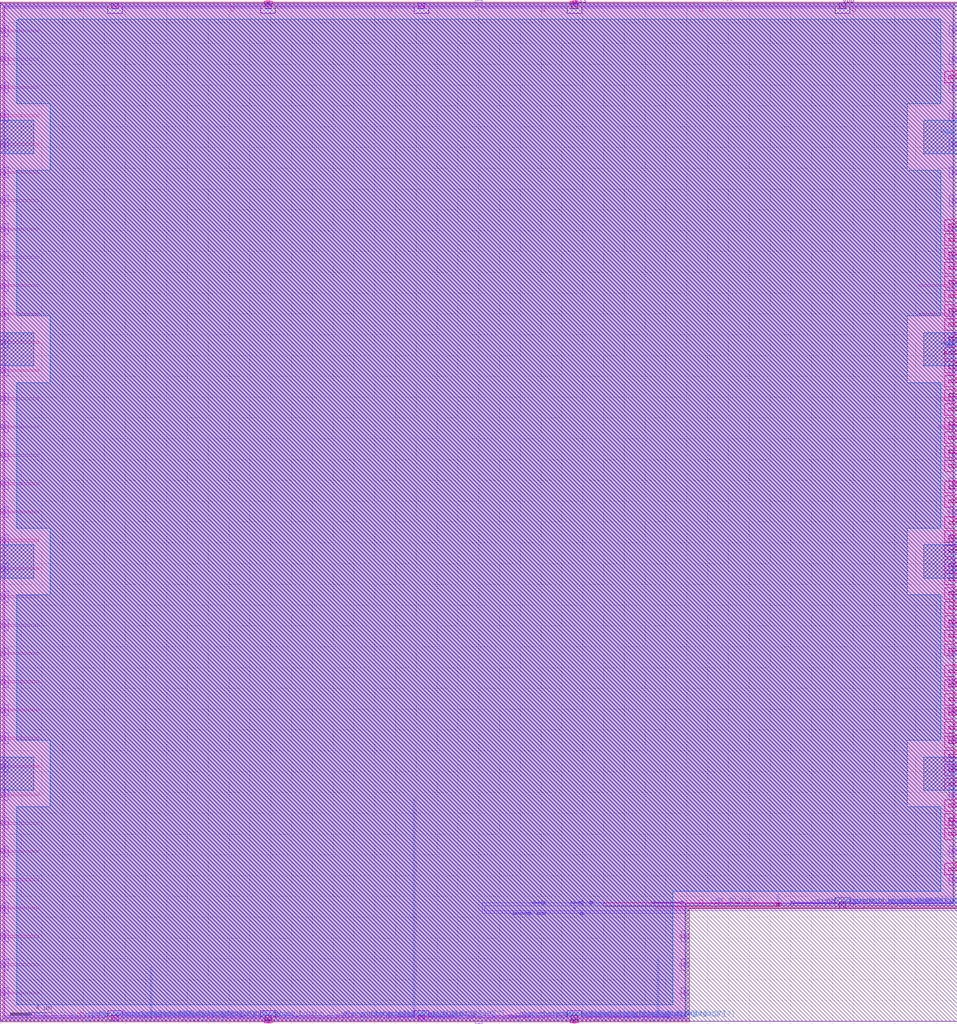
<source format=lef>
VERSION 5.7 ;
BUSBITCHARS "[]" ;

UNITS
  DATABASE MICRONS 1000 ;
END UNITS

MANUFACTURINGGRID 0.005 ;

LAYER li1
  TYPE ROUTING ;
  DIRECTION VERTICAL ;
  PITCH 0.46 ;
  WIDTH 0.17 ;
END li1

LAYER mcon
  TYPE CUT ;
END mcon

LAYER met1
  TYPE ROUTING ;
  DIRECTION HORIZONTAL ;
  PITCH 0.34 ;
  WIDTH 0.14 ;
END met1

LAYER via
  TYPE CUT ;
END via

LAYER met2
  TYPE ROUTING ;
  DIRECTION VERTICAL ;
  PITCH 0.46 ;
  WIDTH 0.14 ;
END met2

LAYER via2
  TYPE CUT ;
END via2

LAYER met3
  TYPE ROUTING ;
  DIRECTION HORIZONTAL ;
  PITCH 0.68 ;
  WIDTH 0.3 ;
END met3

LAYER via3
  TYPE CUT ;
END via3

LAYER met4
  TYPE ROUTING ;
  DIRECTION VERTICAL ;
  PITCH 0.92 ;
  WIDTH 0.3 ;
END met4

LAYER via4
  TYPE CUT ;
END via4

LAYER met5
  TYPE ROUTING ;
  DIRECTION HORIZONTAL ;
  PITCH 3.4 ;
  WIDTH 1.6 ;
END met5

LAYER nwell
  TYPE MASTERSLICE ;
END nwell

LAYER pwell
  TYPE MASTERSLICE ;
END pwell

LAYER OVERLAP
  TYPE OVERLAP ;
END OVERLAP

VIA L1M1_PR
  LAYER li1 ;
    RECT -0.085 -0.085 0.085 0.085 ;
  LAYER mcon ;
    RECT -0.085 -0.085 0.085 0.085 ;
  LAYER met1 ;
    RECT -0.145 -0.115 0.145 0.115 ;
END L1M1_PR

VIA L1M1_PR_R
  LAYER li1 ;
    RECT -0.085 -0.085 0.085 0.085 ;
  LAYER mcon ;
    RECT -0.085 -0.085 0.085 0.085 ;
  LAYER met1 ;
    RECT -0.115 -0.145 0.115 0.145 ;
END L1M1_PR_R

VIA L1M1_PR_M
  LAYER li1 ;
    RECT -0.085 -0.085 0.085 0.085 ;
  LAYER mcon ;
    RECT -0.085 -0.085 0.085 0.085 ;
  LAYER met1 ;
    RECT -0.115 -0.145 0.115 0.145 ;
END L1M1_PR_M

VIA L1M1_PR_MR
  LAYER li1 ;
    RECT -0.085 -0.085 0.085 0.085 ;
  LAYER mcon ;
    RECT -0.085 -0.085 0.085 0.085 ;
  LAYER met1 ;
    RECT -0.145 -0.115 0.145 0.115 ;
END L1M1_PR_MR

VIA L1M1_PR_C
  LAYER li1 ;
    RECT -0.085 -0.085 0.085 0.085 ;
  LAYER mcon ;
    RECT -0.085 -0.085 0.085 0.085 ;
  LAYER met1 ;
    RECT -0.145 -0.145 0.145 0.145 ;
END L1M1_PR_C

VIA M1M2_PR
  LAYER met1 ;
    RECT -0.16 -0.13 0.16 0.13 ;
  LAYER via ;
    RECT -0.075 -0.075 0.075 0.075 ;
  LAYER met2 ;
    RECT -0.13 -0.16 0.13 0.16 ;
END M1M2_PR

VIA M1M2_PR_Enc
  LAYER met1 ;
    RECT -0.16 -0.13 0.16 0.13 ;
  LAYER via ;
    RECT -0.075 -0.075 0.075 0.075 ;
  LAYER met2 ;
    RECT -0.16 -0.13 0.16 0.13 ;
END M1M2_PR_Enc

VIA M1M2_PR_R
  LAYER met1 ;
    RECT -0.13 -0.16 0.13 0.16 ;
  LAYER via ;
    RECT -0.075 -0.075 0.075 0.075 ;
  LAYER met2 ;
    RECT -0.16 -0.13 0.16 0.13 ;
END M1M2_PR_R

VIA M1M2_PR_R_Enc
  LAYER met1 ;
    RECT -0.13 -0.16 0.13 0.16 ;
  LAYER via ;
    RECT -0.075 -0.075 0.075 0.075 ;
  LAYER met2 ;
    RECT -0.13 -0.16 0.13 0.16 ;
END M1M2_PR_R_Enc

VIA M1M2_PR_M
  LAYER met1 ;
    RECT -0.16 -0.13 0.16 0.13 ;
  LAYER via ;
    RECT -0.075 -0.075 0.075 0.075 ;
  LAYER met2 ;
    RECT -0.16 -0.13 0.16 0.13 ;
END M1M2_PR_M

VIA M1M2_PR_M_Enc
  LAYER met1 ;
    RECT -0.16 -0.13 0.16 0.13 ;
  LAYER via ;
    RECT -0.075 -0.075 0.075 0.075 ;
  LAYER met2 ;
    RECT -0.13 -0.16 0.13 0.16 ;
END M1M2_PR_M_Enc

VIA M1M2_PR_MR
  LAYER met1 ;
    RECT -0.13 -0.16 0.13 0.16 ;
  LAYER via ;
    RECT -0.075 -0.075 0.075 0.075 ;
  LAYER met2 ;
    RECT -0.13 -0.16 0.13 0.16 ;
END M1M2_PR_MR

VIA M1M2_PR_MR_Enc
  LAYER met1 ;
    RECT -0.13 -0.16 0.13 0.16 ;
  LAYER via ;
    RECT -0.075 -0.075 0.075 0.075 ;
  LAYER met2 ;
    RECT -0.16 -0.13 0.16 0.13 ;
END M1M2_PR_MR_Enc

VIA M1M2_PR_C
  LAYER met1 ;
    RECT -0.16 -0.16 0.16 0.16 ;
  LAYER via ;
    RECT -0.075 -0.075 0.075 0.075 ;
  LAYER met2 ;
    RECT -0.16 -0.16 0.16 0.16 ;
END M1M2_PR_C

VIA M2M3_PR
  LAYER met2 ;
    RECT -0.14 -0.185 0.14 0.185 ;
  LAYER via2 ;
    RECT -0.1 -0.1 0.1 0.1 ;
  LAYER met3 ;
    RECT -0.165 -0.165 0.165 0.165 ;
END M2M3_PR

VIA M2M3_PR_R
  LAYER met2 ;
    RECT -0.185 -0.14 0.185 0.14 ;
  LAYER via2 ;
    RECT -0.1 -0.1 0.1 0.1 ;
  LAYER met3 ;
    RECT -0.165 -0.165 0.165 0.165 ;
END M2M3_PR_R

VIA M2M3_PR_M
  LAYER met2 ;
    RECT -0.14 -0.185 0.14 0.185 ;
  LAYER via2 ;
    RECT -0.1 -0.1 0.1 0.1 ;
  LAYER met3 ;
    RECT -0.165 -0.165 0.165 0.165 ;
END M2M3_PR_M

VIA M2M3_PR_MR
  LAYER met2 ;
    RECT -0.185 -0.14 0.185 0.14 ;
  LAYER via2 ;
    RECT -0.1 -0.1 0.1 0.1 ;
  LAYER met3 ;
    RECT -0.165 -0.165 0.165 0.165 ;
END M2M3_PR_MR

VIA M2M3_PR_C
  LAYER met2 ;
    RECT -0.185 -0.185 0.185 0.185 ;
  LAYER via2 ;
    RECT -0.1 -0.1 0.1 0.1 ;
  LAYER met3 ;
    RECT -0.165 -0.165 0.165 0.165 ;
END M2M3_PR_C

VIA M3M4_PR
  LAYER met3 ;
    RECT -0.19 -0.16 0.19 0.16 ;
  LAYER via3 ;
    RECT -0.1 -0.1 0.1 0.1 ;
  LAYER met4 ;
    RECT -0.165 -0.165 0.165 0.165 ;
END M3M4_PR

VIA M3M4_PR_R
  LAYER met3 ;
    RECT -0.16 -0.19 0.16 0.19 ;
  LAYER via3 ;
    RECT -0.1 -0.1 0.1 0.1 ;
  LAYER met4 ;
    RECT -0.165 -0.165 0.165 0.165 ;
END M3M4_PR_R

VIA M3M4_PR_M
  LAYER met3 ;
    RECT -0.19 -0.16 0.19 0.16 ;
  LAYER via3 ;
    RECT -0.1 -0.1 0.1 0.1 ;
  LAYER met4 ;
    RECT -0.165 -0.165 0.165 0.165 ;
END M3M4_PR_M

VIA M3M4_PR_MR
  LAYER met3 ;
    RECT -0.16 -0.19 0.16 0.19 ;
  LAYER via3 ;
    RECT -0.1 -0.1 0.1 0.1 ;
  LAYER met4 ;
    RECT -0.165 -0.165 0.165 0.165 ;
END M3M4_PR_MR

VIA M3M4_PR_C
  LAYER met3 ;
    RECT -0.19 -0.19 0.19 0.19 ;
  LAYER via3 ;
    RECT -0.1 -0.1 0.1 0.1 ;
  LAYER met4 ;
    RECT -0.165 -0.165 0.165 0.165 ;
END M3M4_PR_C

VIA M4M5_PR
  LAYER met4 ;
    RECT -0.59 -0.59 0.59 0.59 ;
  LAYER via4 ;
    RECT -0.4 -0.4 0.4 0.4 ;
  LAYER met5 ;
    RECT -0.71 -0.71 0.71 0.71 ;
END M4M5_PR

VIA M4M5_PR_R
  LAYER met4 ;
    RECT -0.59 -0.59 0.59 0.59 ;
  LAYER via4 ;
    RECT -0.4 -0.4 0.4 0.4 ;
  LAYER met5 ;
    RECT -0.71 -0.71 0.71 0.71 ;
END M4M5_PR_R

VIA M4M5_PR_M
  LAYER met4 ;
    RECT -0.59 -0.59 0.59 0.59 ;
  LAYER via4 ;
    RECT -0.4 -0.4 0.4 0.4 ;
  LAYER met5 ;
    RECT -0.71 -0.71 0.71 0.71 ;
END M4M5_PR_M

VIA M4M5_PR_MR
  LAYER met4 ;
    RECT -0.59 -0.59 0.59 0.59 ;
  LAYER via4 ;
    RECT -0.4 -0.4 0.4 0.4 ;
  LAYER met5 ;
    RECT -0.71 -0.71 0.71 0.71 ;
END M4M5_PR_MR

VIA M4M5_PR_C
  LAYER met4 ;
    RECT -0.59 -0.59 0.59 0.59 ;
  LAYER via4 ;
    RECT -0.4 -0.4 0.4 0.4 ;
  LAYER met5 ;
    RECT -0.71 -0.71 0.71 0.71 ;
END M4M5_PR_C

SITE unit
  CLASS CORE ;
  SYMMETRY Y ;
  SIZE 0.46 BY 2.72 ;
END unit

SITE unithddbl
  CLASS CORE ;
  SIZE 0.46 BY 5.44 ;
END unithddbl

MACRO sb_0__2_
  CLASS BLOCK ;
  ORIGIN 0 0 ;
  SIZE 92 BY 97.92 ;
  SYMMETRY X Y ;
  PIN chanx_right_in[0]
    DIRECTION INPUT ;
    USE SIGNAL ;
    PORT
      LAYER met3 ;
        RECT 91.2 90.63 92 90.93 ;
    END
  END chanx_right_in[0]
  PIN chanx_right_in[1]
    DIRECTION INPUT ;
    USE SIGNAL ;
    PORT
      LAYER met3 ;
        RECT 91.2 74.99 92 75.29 ;
    END
  END chanx_right_in[1]
  PIN chanx_right_in[2]
    DIRECTION INPUT ;
    USE SIGNAL ;
    PORT
      LAYER met3 ;
        RECT 91.2 65.47 92 65.77 ;
    END
  END chanx_right_in[2]
  PIN chanx_right_in[3]
    DIRECTION INPUT ;
    USE SIGNAL ;
    PORT
      LAYER met3 ;
        RECT 91.2 76.35 92 76.65 ;
    END
  END chanx_right_in[3]
  PIN chanx_right_in[4]
    DIRECTION INPUT ;
    USE SIGNAL ;
    PORT
      LAYER met3 ;
        RECT 91.2 32.15 92 32.45 ;
    END
  END chanx_right_in[4]
  PIN chanx_right_in[5]
    DIRECTION INPUT ;
    USE SIGNAL ;
    PORT
      LAYER met3 ;
        RECT 91.2 60.03 92 60.33 ;
    END
  END chanx_right_in[5]
  PIN chanx_right_in[6]
    DIRECTION INPUT ;
    USE SIGNAL ;
    PORT
      LAYER met3 ;
        RECT 91.2 51.19 92 51.49 ;
    END
  END chanx_right_in[6]
  PIN chanx_right_in[7]
    DIRECTION INPUT ;
    USE SIGNAL ;
    PORT
      LAYER met3 ;
        RECT 91.2 45.07 92 45.37 ;
    END
  END chanx_right_in[7]
  PIN chanx_right_in[8]
    DIRECTION INPUT ;
    USE SIGNAL ;
    PORT
      LAYER met3 ;
        RECT 91.2 64.11 92 64.41 ;
    END
  END chanx_right_in[8]
  PIN chanx_right_in[9]
    DIRECTION INPUT ;
    USE SIGNAL ;
    PORT
      LAYER met3 ;
        RECT 91.2 29.43 92 29.73 ;
    END
  END chanx_right_in[9]
  PIN chanx_right_in[10]
    DIRECTION INPUT ;
    USE SIGNAL ;
    PORT
      LAYER met3 ;
        RECT 91.2 69.55 92 69.85 ;
    END
  END chanx_right_in[10]
  PIN chanx_right_in[11]
    DIRECTION INPUT ;
    USE SIGNAL ;
    PORT
      LAYER met3 ;
        RECT 91.2 73.63 92 73.93 ;
    END
  END chanx_right_in[11]
  PIN chanx_right_in[12]
    DIRECTION INPUT ;
    USE SIGNAL ;
    PORT
      LAYER met3 ;
        RECT 91.2 35.55 92 35.85 ;
    END
  END chanx_right_in[12]
  PIN chanx_right_in[13]
    DIRECTION INPUT ;
    USE SIGNAL ;
    PORT
      LAYER met3 ;
        RECT 91.2 19.23 92 19.53 ;
    END
  END chanx_right_in[13]
  PIN chanx_right_in[14]
    DIRECTION INPUT ;
    USE SIGNAL ;
    PORT
      LAYER met3 ;
        RECT 91.2 36.91 92 37.21 ;
    END
  END chanx_right_in[14]
  PIN chanx_right_in[15]
    DIRECTION INPUT ;
    USE SIGNAL ;
    PORT
      LAYER met3 ;
        RECT 91.2 40.99 92 41.29 ;
    END
  END chanx_right_in[15]
  PIN chanx_right_in[16]
    DIRECTION INPUT ;
    USE SIGNAL ;
    PORT
      LAYER met3 ;
        RECT 91.2 57.31 92 57.61 ;
    END
  END chanx_right_in[16]
  PIN chanx_right_in[17]
    DIRECTION INPUT ;
    USE SIGNAL ;
    PORT
      LAYER met3 ;
        RECT 91.2 70.91 92 71.21 ;
    END
  END chanx_right_in[17]
  PIN chanx_right_in[18]
    DIRECTION INPUT ;
    USE SIGNAL ;
    PORT
      LAYER met3 ;
        RECT 91.2 49.83 92 50.13 ;
    END
  END chanx_right_in[18]
  PIN chanx_right_in[19]
    DIRECTION INPUT ;
    USE SIGNAL ;
    PORT
      LAYER met3 ;
        RECT 91.2 68.19 92 68.49 ;
    END
  END chanx_right_in[19]
  PIN right_top_grid_pin_1_[0]
    DIRECTION INPUT ;
    USE SIGNAL ;
    PORT
      LAYER met3 ;
        RECT 91.2 43.71 92 44.01 ;
    END
  END right_top_grid_pin_1_[0]
  PIN right_bottom_grid_pin_34_[0]
    DIRECTION INPUT ;
    USE SIGNAL ;
    PORT
      LAYER met2 ;
        RECT 79.28 10.88 79.42 11.365 ;
    END
  END right_bottom_grid_pin_34_[0]
  PIN right_bottom_grid_pin_35_[0]
    DIRECTION INPUT ;
    USE SIGNAL ;
    PORT
      LAYER met2 ;
        RECT 85.72 10.88 85.86 11.365 ;
    END
  END right_bottom_grid_pin_35_[0]
  PIN right_bottom_grid_pin_36_[0]
    DIRECTION INPUT ;
    USE SIGNAL ;
    PORT
      LAYER met2 ;
        RECT 82.04 10.88 82.18 11.365 ;
    END
  END right_bottom_grid_pin_36_[0]
  PIN right_bottom_grid_pin_37_[0]
    DIRECTION INPUT ;
    USE SIGNAL ;
    PORT
      LAYER met2 ;
        RECT 87.1 10.88 87.24 11.365 ;
    END
  END right_bottom_grid_pin_37_[0]
  PIN right_bottom_grid_pin_38_[0]
    DIRECTION INPUT ;
    USE SIGNAL ;
    PORT
      LAYER met2 ;
        RECT 81.12 10.88 81.26 11.365 ;
    END
  END right_bottom_grid_pin_38_[0]
  PIN right_bottom_grid_pin_39_[0]
    DIRECTION INPUT ;
    USE SIGNAL ;
    PORT
      LAYER met2 ;
        RECT 78.36 10.88 78.5 11.365 ;
    END
  END right_bottom_grid_pin_39_[0]
  PIN right_bottom_grid_pin_40_[0]
    DIRECTION INPUT ;
    USE SIGNAL ;
    PORT
      LAYER met2 ;
        RECT 80.2 10.88 80.34 11.365 ;
    END
  END right_bottom_grid_pin_40_[0]
  PIN right_bottom_grid_pin_41_[0]
    DIRECTION INPUT ;
    USE SIGNAL ;
    PORT
      LAYER met2 ;
        RECT 82.96 10.88 83.1 11.365 ;
    END
  END right_bottom_grid_pin_41_[0]
  PIN chany_bottom_in[0]
    DIRECTION INPUT ;
    USE SIGNAL ;
    PORT
      LAYER met2 ;
        RECT 49.84 0 49.98 0.485 ;
    END
  END chany_bottom_in[0]
  PIN chany_bottom_in[1]
    DIRECTION INPUT ;
    USE SIGNAL ;
    PORT
      LAYER met2 ;
        RECT 59.96 0 60.1 0.485 ;
    END
  END chany_bottom_in[1]
  PIN chany_bottom_in[2]
    DIRECTION INPUT ;
    USE SIGNAL ;
    PORT
      LAYER met2 ;
        RECT 60.88 0 61.02 0.485 ;
    END
  END chany_bottom_in[2]
  PIN chany_bottom_in[3]
    DIRECTION INPUT ;
    USE SIGNAL ;
    PORT
      LAYER met2 ;
        RECT 63.64 0 63.78 0.485 ;
    END
  END chany_bottom_in[3]
  PIN chany_bottom_in[4]
    DIRECTION INPUT ;
    USE SIGNAL ;
    PORT
      LAYER met2 ;
        RECT 52.6 0 52.74 0.485 ;
    END
  END chany_bottom_in[4]
  PIN chany_bottom_in[5]
    DIRECTION INPUT ;
    USE SIGNAL ;
    PORT
      LAYER met2 ;
        RECT 39.26 0 39.4 0.485 ;
    END
  END chany_bottom_in[5]
  PIN chany_bottom_in[6]
    DIRECTION INPUT ;
    USE SIGNAL ;
    PORT
      LAYER met2 ;
        RECT 35.58 0 35.72 0.485 ;
    END
  END chany_bottom_in[6]
  PIN chany_bottom_in[7]
    DIRECTION INPUT ;
    USE SIGNAL ;
    PORT
      LAYER met2 ;
        RECT 62.72 0 62.86 0.485 ;
    END
  END chany_bottom_in[7]
  PIN chany_bottom_in[8]
    DIRECTION INPUT ;
    USE SIGNAL ;
    PORT
      LAYER met2 ;
        RECT 9.36 0 9.5 0.485 ;
    END
  END chany_bottom_in[8]
  PIN chany_bottom_in[9]
    DIRECTION INPUT ;
    USE SIGNAL ;
    PORT
      LAYER met2 ;
        RECT 8.44 0 8.58 0.485 ;
    END
  END chany_bottom_in[9]
  PIN chany_bottom_in[10]
    DIRECTION INPUT ;
    USE SIGNAL ;
    PORT
      LAYER met2 ;
        RECT 26.38 0 26.52 0.485 ;
    END
  END chany_bottom_in[10]
  PIN chany_bottom_in[11]
    DIRECTION INPUT ;
    USE SIGNAL ;
    PORT
      LAYER met2 ;
        RECT 51.68 0 51.82 0.485 ;
    END
  END chany_bottom_in[11]
  PIN chany_bottom_in[12]
    DIRECTION INPUT ;
    USE SIGNAL ;
    PORT
      LAYER met2 ;
        RECT 53.52 0 53.66 0.485 ;
    END
  END chany_bottom_in[12]
  PIN chany_bottom_in[13]
    DIRECTION INPUT ;
    USE SIGNAL ;
    PORT
      LAYER met2 ;
        RECT 56.28 0 56.42 0.485 ;
    END
  END chany_bottom_in[13]
  PIN chany_bottom_in[14]
    DIRECTION INPUT ;
    USE SIGNAL ;
    PORT
      LAYER met2 ;
        RECT 58.12 0 58.26 0.485 ;
    END
  END chany_bottom_in[14]
  PIN chany_bottom_in[15]
    DIRECTION INPUT ;
    USE SIGNAL ;
    PORT
      LAYER met2 ;
        RECT 38.34 0 38.48 0.485 ;
    END
  END chany_bottom_in[15]
  PIN chany_bottom_in[16]
    DIRECTION INPUT ;
    USE SIGNAL ;
    PORT
      LAYER met2 ;
        RECT 61.8 0 61.94 0.485 ;
    END
  END chany_bottom_in[16]
  PIN chany_bottom_in[17]
    DIRECTION INPUT ;
    USE SIGNAL ;
    PORT
      LAYER met2 ;
        RECT 32.82 0 32.96 0.485 ;
    END
  END chany_bottom_in[17]
  PIN chany_bottom_in[18]
    DIRECTION INPUT ;
    USE SIGNAL ;
    PORT
      LAYER met2 ;
        RECT 21.32 0 21.46 0.485 ;
    END
  END chany_bottom_in[18]
  PIN chany_bottom_in[19]
    DIRECTION INPUT ;
    USE SIGNAL ;
    PORT
      LAYER met2 ;
        RECT 40.18 0 40.32 0.485 ;
    END
  END chany_bottom_in[19]
  PIN bottom_left_grid_pin_1_[0]
    DIRECTION INPUT ;
    USE SIGNAL ;
    PORT
      LAYER met2 ;
        RECT 20.4 0 20.54 0.485 ;
    END
  END bottom_left_grid_pin_1_[0]
  PIN ccff_head[0]
    DIRECTION INPUT ;
    USE SIGNAL ;
    PORT
      LAYER met3 ;
        RECT 91.2 61.39 92 61.69 ;
    END
  END ccff_head[0]
  PIN chanx_right_out[0]
    DIRECTION OUTPUT ;
    USE SIGNAL ;
    PORT
      LAYER met3 ;
        RECT 91.2 17.87 92 18.17 ;
    END
  END chanx_right_out[0]
  PIN chanx_right_out[1]
    DIRECTION OUTPUT ;
    USE SIGNAL ;
    PORT
      LAYER met3 ;
        RECT 91.2 46.43 92 46.73 ;
    END
  END chanx_right_out[1]
  PIN chanx_right_out[2]
    DIRECTION OUTPUT ;
    USE SIGNAL ;
    PORT
      LAYER met3 ;
        RECT 91.2 39.63 92 39.93 ;
    END
  END chanx_right_out[2]
  PIN chanx_right_out[3]
    DIRECTION OUTPUT ;
    USE SIGNAL ;
    PORT
      LAYER met3 ;
        RECT 91.2 25.35 92 25.65 ;
    END
  END chanx_right_out[3]
  PIN chanx_right_out[4]
    DIRECTION OUTPUT ;
    USE SIGNAL ;
    PORT
      LAYER met3 ;
        RECT 91.2 47.79 92 48.09 ;
    END
  END chanx_right_out[4]
  PIN chanx_right_out[5]
    DIRECTION OUTPUT ;
    USE SIGNAL ;
    PORT
      LAYER met3 ;
        RECT 91.2 28.07 92 28.37 ;
    END
  END chanx_right_out[5]
  PIN chanx_right_out[6]
    DIRECTION OUTPUT ;
    USE SIGNAL ;
    PORT
      LAYER met3 ;
        RECT 91.2 58.67 92 58.97 ;
    END
  END chanx_right_out[6]
  PIN chanx_right_out[7]
    DIRECTION OUTPUT ;
    USE SIGNAL ;
    PORT
      LAYER met3 ;
        RECT 91.2 23.99 92 24.29 ;
    END
  END chanx_right_out[7]
  PIN chanx_right_out[8]
    DIRECTION OUTPUT ;
    USE SIGNAL ;
    PORT
      LAYER met3 ;
        RECT 91.2 42.35 92 42.65 ;
    END
  END chanx_right_out[8]
  PIN chanx_right_out[9]
    DIRECTION OUTPUT ;
    USE SIGNAL ;
    PORT
      LAYER met3 ;
        RECT 91.2 30.79 92 31.09 ;
    END
  END chanx_right_out[9]
  PIN chanx_right_out[10]
    DIRECTION OUTPUT ;
    USE SIGNAL ;
    PORT
      LAYER met3 ;
        RECT 91.2 53.23 92 53.53 ;
    END
  END chanx_right_out[10]
  PIN chanx_right_out[11]
    DIRECTION OUTPUT ;
    USE SIGNAL ;
    PORT
      LAYER met3 ;
        RECT 91.2 26.71 92 27.01 ;
    END
  END chanx_right_out[11]
  PIN chanx_right_out[12]
    DIRECTION OUTPUT ;
    USE SIGNAL ;
    PORT
      LAYER met3 ;
        RECT 91.2 72.27 92 72.57 ;
    END
  END chanx_right_out[12]
  PIN chanx_right_out[13]
    DIRECTION OUTPUT ;
    USE SIGNAL ;
    PORT
      LAYER met3 ;
        RECT 91.2 20.59 92 20.89 ;
    END
  END chanx_right_out[13]
  PIN chanx_right_out[14]
    DIRECTION OUTPUT ;
    USE SIGNAL ;
    PORT
      LAYER met3 ;
        RECT 91.2 55.95 92 56.25 ;
    END
  END chanx_right_out[14]
  PIN chanx_right_out[15]
    DIRECTION OUTPUT ;
    USE SIGNAL ;
    PORT
      LAYER met3 ;
        RECT 91.2 33.51 92 33.81 ;
    END
  END chanx_right_out[15]
  PIN chanx_right_out[16]
    DIRECTION OUTPUT ;
    USE SIGNAL ;
    PORT
      LAYER met3 ;
        RECT 91.2 66.83 92 67.13 ;
    END
  END chanx_right_out[16]
  PIN chanx_right_out[17]
    DIRECTION OUTPUT ;
    USE SIGNAL ;
    PORT
      LAYER met3 ;
        RECT 91.2 38.27 92 38.57 ;
    END
  END chanx_right_out[17]
  PIN chanx_right_out[18]
    DIRECTION OUTPUT ;
    USE SIGNAL ;
    PORT
      LAYER met3 ;
        RECT 91.2 54.59 92 54.89 ;
    END
  END chanx_right_out[18]
  PIN chanx_right_out[19]
    DIRECTION OUTPUT ;
    USE SIGNAL ;
    PORT
      LAYER met3 ;
        RECT 91.2 22.63 92 22.93 ;
    END
  END chanx_right_out[19]
  PIN chany_bottom_out[0]
    DIRECTION OUTPUT ;
    USE SIGNAL ;
    PORT
      LAYER met2 ;
        RECT 50.76 0 50.9 0.485 ;
    END
  END chany_bottom_out[0]
  PIN chany_bottom_out[1]
    DIRECTION OUTPUT ;
    USE SIGNAL ;
    PORT
      LAYER met2 ;
        RECT 57.2 0 57.34 0.485 ;
    END
  END chany_bottom_out[1]
  PIN chany_bottom_out[2]
    DIRECTION OUTPUT ;
    USE SIGNAL ;
    PORT
      LAYER met2 ;
        RECT 41.1 0 41.24 0.485 ;
    END
  END chany_bottom_out[2]
  PIN chany_bottom_out[3]
    DIRECTION OUTPUT ;
    USE SIGNAL ;
    PORT
      LAYER met2 ;
        RECT 11.2 0 11.34 0.485 ;
    END
  END chany_bottom_out[3]
  PIN chany_bottom_out[4]
    DIRECTION OUTPUT ;
    USE SIGNAL ;
    PORT
      LAYER met2 ;
        RECT 33.74 0 33.88 0.485 ;
    END
  END chany_bottom_out[4]
  PIN chany_bottom_out[5]
    DIRECTION OUTPUT ;
    USE SIGNAL ;
    PORT
      LAYER met2 ;
        RECT 19.48 0 19.62 0.485 ;
    END
  END chany_bottom_out[5]
  PIN chany_bottom_out[6]
    DIRECTION OUTPUT ;
    USE SIGNAL ;
    PORT
      LAYER met2 ;
        RECT 12.12 0 12.26 0.485 ;
    END
  END chany_bottom_out[6]
  PIN chany_bottom_out[7]
    DIRECTION OUTPUT ;
    USE SIGNAL ;
    PORT
      LAYER met2 ;
        RECT 36.5 0 36.64 0.485 ;
    END
  END chany_bottom_out[7]
  PIN chany_bottom_out[8]
    DIRECTION OUTPUT ;
    USE SIGNAL ;
    PORT
      LAYER met2 ;
        RECT 18.56 0 18.7 0.485 ;
    END
  END chany_bottom_out[8]
  PIN chany_bottom_out[9]
    DIRECTION OUTPUT ;
    USE SIGNAL ;
    PORT
      LAYER met2 ;
        RECT 13.04 0 13.18 0.485 ;
    END
  END chany_bottom_out[9]
  PIN chany_bottom_out[10]
    DIRECTION OUTPUT ;
    USE SIGNAL ;
    PORT
      LAYER met2 ;
        RECT 59.04 0 59.18 0.485 ;
    END
  END chany_bottom_out[10]
  PIN chany_bottom_out[11]
    DIRECTION OUTPUT ;
    USE SIGNAL ;
    PORT
      LAYER met2 ;
        RECT 17.64 0 17.78 0.485 ;
    END
  END chany_bottom_out[11]
  PIN chany_bottom_out[12]
    DIRECTION OUTPUT ;
    USE SIGNAL ;
    PORT
      LAYER met2 ;
        RECT 10.28 0 10.42 0.485 ;
    END
  END chany_bottom_out[12]
  PIN chany_bottom_out[13]
    DIRECTION OUTPUT ;
    USE SIGNAL ;
    PORT
      LAYER met2 ;
        RECT 13.96 0 14.1 0.485 ;
    END
  END chany_bottom_out[13]
  PIN chany_bottom_out[14]
    DIRECTION OUTPUT ;
    USE SIGNAL ;
    PORT
      LAYER met2 ;
        RECT 37.42 0 37.56 0.485 ;
    END
  END chany_bottom_out[14]
  PIN chany_bottom_out[15]
    DIRECTION OUTPUT ;
    USE SIGNAL ;
    PORT
      LAYER met2 ;
        RECT 16.72 0 16.86 0.485 ;
    END
  END chany_bottom_out[15]
  PIN chany_bottom_out[16]
    DIRECTION OUTPUT ;
    USE SIGNAL ;
    PORT
      LAYER met2 ;
        RECT 54.44 0 54.58 0.485 ;
    END
  END chany_bottom_out[16]
  PIN chany_bottom_out[17]
    DIRECTION OUTPUT ;
    USE SIGNAL ;
    PORT
      LAYER met2 ;
        RECT 14.88 0 15.02 0.485 ;
    END
  END chany_bottom_out[17]
  PIN chany_bottom_out[18]
    DIRECTION OUTPUT ;
    USE SIGNAL ;
    PORT
      LAYER met2 ;
        RECT 2.46 0 2.6 0.485 ;
    END
  END chany_bottom_out[18]
  PIN chany_bottom_out[19]
    DIRECTION OUTPUT ;
    USE SIGNAL ;
    PORT
      LAYER met2 ;
        RECT 15.8 0 15.94 0.485 ;
    END
  END chany_bottom_out[19]
  PIN ccff_tail[0]
    DIRECTION OUTPUT ;
    USE SIGNAL ;
    PORT
      LAYER met2 ;
        RECT 34.66 0 34.8 0.485 ;
    END
  END ccff_tail[0]
  PIN SC_IN_TOP
    DIRECTION INPUT ;
    USE SIGNAL ;
    PORT
      LAYER met2 ;
        RECT 68.7 10.88 68.84 11.365 ;
    END
  END SC_IN_TOP
  PIN SC_OUT_BOT
    DIRECTION OUTPUT ;
    USE SIGNAL ;
    PORT
      LAYER met3 ;
        RECT 91.2 14.47 92 14.77 ;
    END
  END SC_OUT_BOT
  PIN prog_clk_0_E_in
    DIRECTION INPUT ;
    USE CLOCK ;
    PORT
      LAYER met3 ;
        RECT 91.2 62.75 92 63.05 ;
    END
  END prog_clk_0_E_in
  PIN VDD
    DIRECTION INPUT ;
    USE POWER ;
    PORT
      LAYER met5 ;
        RECT 0 22.2 3.2 25.4 ;
        RECT 88.8 22.2 92 25.4 ;
        RECT 0 63 3.2 66.2 ;
        RECT 88.8 63 92 66.2 ;
      LAYER met4 ;
        RECT 10.74 0 11.34 0.6 ;
        RECT 40.18 0 40.78 0.6 ;
        RECT 80.66 10.88 81.26 11.48 ;
        RECT 10.74 97.32 11.34 97.92 ;
        RECT 40.18 97.32 40.78 97.92 ;
        RECT 80.66 97.32 81.26 97.92 ;
      LAYER met1 ;
        RECT 0 2.48 0.48 2.96 ;
        RECT 65.76 2.48 66.24 2.96 ;
        RECT 0 7.92 0.48 8.4 ;
        RECT 65.76 7.92 66.24 8.4 ;
        RECT 0 13.36 0.48 13.84 ;
        RECT 91.52 13.36 92 13.84 ;
        RECT 0 18.8 0.48 19.28 ;
        RECT 91.52 18.8 92 19.28 ;
        RECT 0 24.24 0.48 24.72 ;
        RECT 91.52 24.24 92 24.72 ;
        RECT 0 29.68 0.48 30.16 ;
        RECT 91.52 29.68 92 30.16 ;
        RECT 0 35.12 0.48 35.6 ;
        RECT 91.52 35.12 92 35.6 ;
        RECT 0 40.56 0.48 41.04 ;
        RECT 91.52 40.56 92 41.04 ;
        RECT 0 46 0.48 46.48 ;
        RECT 91.52 46 92 46.48 ;
        RECT 0 51.44 0.48 51.92 ;
        RECT 91.52 51.44 92 51.92 ;
        RECT 0 56.88 0.48 57.36 ;
        RECT 91.52 56.88 92 57.36 ;
        RECT 0 62.32 0.48 62.8 ;
        RECT 91.52 62.32 92 62.8 ;
        RECT 0 67.76 0.48 68.24 ;
        RECT 91.52 67.76 92 68.24 ;
        RECT 0 73.2 0.48 73.68 ;
        RECT 91.52 73.2 92 73.68 ;
        RECT 0 78.64 0.48 79.12 ;
        RECT 91.52 78.64 92 79.12 ;
        RECT 0 84.08 0.48 84.56 ;
        RECT 91.52 84.08 92 84.56 ;
        RECT 0 89.52 0.48 90 ;
        RECT 91.52 89.52 92 90 ;
        RECT 0 94.96 0.48 95.44 ;
        RECT 91.52 94.96 92 95.44 ;
    END
  END VDD
  PIN VSS
    DIRECTION INPUT ;
    USE GROUND ;
    PORT
      LAYER met4 ;
        RECT 25.46 0 26.06 0.6 ;
        RECT 54.9 0 55.5 0.6 ;
        RECT 25.46 97.32 26.06 97.92 ;
        RECT 54.9 97.32 55.5 97.92 ;
      LAYER met5 ;
        RECT 0 42.6 3.2 45.8 ;
        RECT 88.8 42.6 92 45.8 ;
        RECT 0 83.4 3.2 86.6 ;
        RECT 88.8 83.4 92 86.6 ;
      LAYER met1 ;
        RECT 0 0 45.4 0.24 ;
        RECT 46.6 0 66.24 0.24 ;
        RECT 0 5.2 0.48 5.68 ;
        RECT 65.76 5.2 66.24 5.68 ;
        RECT 0 10.64 0.48 11.12 ;
        RECT 46.6 10.64 92 11.12 ;
        RECT 0 16.08 0.48 16.56 ;
        RECT 91.52 16.08 92 16.56 ;
        RECT 0 21.52 0.48 22 ;
        RECT 91.52 21.52 92 22 ;
        RECT 0 26.96 0.48 27.44 ;
        RECT 91.52 26.96 92 27.44 ;
        RECT 0 32.4 0.48 32.88 ;
        RECT 91.52 32.4 92 32.88 ;
        RECT 0 37.84 0.48 38.32 ;
        RECT 91.52 37.84 92 38.32 ;
        RECT 0 43.28 0.48 43.76 ;
        RECT 91.52 43.28 92 43.76 ;
        RECT 0 48.72 0.48 49.2 ;
        RECT 91.52 48.72 92 49.2 ;
        RECT 0 54.16 0.48 54.64 ;
        RECT 91.52 54.16 92 54.64 ;
        RECT 0 59.6 0.48 60.08 ;
        RECT 91.52 59.6 92 60.08 ;
        RECT 0 65.04 0.48 65.52 ;
        RECT 91.52 65.04 92 65.52 ;
        RECT 0 70.48 0.48 70.96 ;
        RECT 91.52 70.48 92 70.96 ;
        RECT 0 75.92 0.48 76.4 ;
        RECT 91.52 75.92 92 76.4 ;
        RECT 0 81.36 0.48 81.84 ;
        RECT 91.52 81.36 92 81.84 ;
        RECT 0 86.8 0.48 87.28 ;
        RECT 91.52 86.8 92 87.28 ;
        RECT 0 92.24 0.48 92.72 ;
        RECT 91.52 92.24 92 92.72 ;
        RECT 0 97.68 45.4 97.92 ;
        RECT 46.6 97.68 92 97.92 ;
    END
  END VSS
  OBS
    LAYER met3 ;
      POLYGON 55.365 98.085 55.365 98.08 55.58 98.08 55.58 97.76 55.365 97.76 55.365 97.755 55.035 97.755 55.035 97.76 54.82 97.76 54.82 98.08 55.035 98.08 55.035 98.085 ;
      POLYGON 25.925 98.085 25.925 98.08 26.14 98.08 26.14 97.76 25.925 97.76 25.925 97.755 25.595 97.755 25.595 97.76 25.38 97.76 25.38 98.08 25.595 98.08 25.595 98.085 ;
      POLYGON 74.915 11.385 74.915 11.055 74.585 11.055 74.585 11.07 58.04 11.07 58.04 11.37 74.585 11.37 74.585 11.385 ;
      POLYGON 55.365 0.165 55.365 0.16 55.58 0.16 55.58 -0.16 55.365 -0.16 55.365 -0.165 55.035 -0.165 55.035 -0.16 54.82 -0.16 54.82 0.16 55.035 0.16 55.035 0.165 ;
      POLYGON 25.925 0.165 25.925 0.16 26.14 0.16 26.14 -0.16 25.925 -0.16 25.925 -0.165 25.595 -0.165 25.595 -0.16 25.38 -0.16 25.38 0.16 25.595 0.16 25.595 0.165 ;
      POLYGON 91.6 97.52 91.6 91.33 90.8 91.33 90.8 90.23 91.6 90.23 91.6 77.05 90.8 77.05 90.8 75.95 91.6 75.95 91.6 75.69 90.8 75.69 90.8 74.59 91.6 74.59 91.6 74.33 90.8 74.33 90.8 73.23 91.6 73.23 91.6 72.97 90.8 72.97 90.8 71.87 91.6 71.87 91.6 71.61 90.8 71.61 90.8 70.51 91.6 70.51 91.6 70.25 90.8 70.25 90.8 69.15 91.6 69.15 91.6 68.89 90.8 68.89 90.8 67.79 91.6 67.79 91.6 67.53 90.8 67.53 90.8 66.43 91.6 66.43 91.6 66.17 90.8 66.17 90.8 65.07 91.6 65.07 91.6 64.81 90.8 64.81 90.8 63.71 91.6 63.71 91.6 63.45 90.8 63.45 90.8 62.35 91.6 62.35 91.6 62.09 90.8 62.09 90.8 60.99 91.6 60.99 91.6 60.73 90.8 60.73 90.8 59.63 91.6 59.63 91.6 59.37 90.8 59.37 90.8 58.27 91.6 58.27 91.6 58.01 90.8 58.01 90.8 56.91 91.6 56.91 91.6 56.65 90.8 56.65 90.8 55.55 91.6 55.55 91.6 55.29 90.8 55.29 90.8 54.19 91.6 54.19 91.6 53.93 90.8 53.93 90.8 52.83 91.6 52.83 91.6 51.89 90.8 51.89 90.8 50.79 91.6 50.79 91.6 50.53 90.8 50.53 90.8 49.43 91.6 49.43 91.6 48.49 90.8 48.49 90.8 47.39 91.6 47.39 91.6 47.13 90.8 47.13 90.8 46.03 91.6 46.03 91.6 45.77 90.8 45.77 90.8 44.67 91.6 44.67 91.6 44.41 90.8 44.41 90.8 43.31 91.6 43.31 91.6 43.05 90.8 43.05 90.8 41.95 91.6 41.95 91.6 41.69 90.8 41.69 90.8 40.59 91.6 40.59 91.6 40.33 90.8 40.33 90.8 39.23 91.6 39.23 91.6 38.97 90.8 38.97 90.8 37.87 91.6 37.87 91.6 37.61 90.8 37.61 90.8 36.51 91.6 36.51 91.6 36.25 90.8 36.25 90.8 35.15 91.6 35.15 91.6 34.21 90.8 34.21 90.8 33.11 91.6 33.11 91.6 32.85 90.8 32.85 90.8 31.75 91.6 31.75 91.6 31.49 90.8 31.49 90.8 30.39 91.6 30.39 91.6 30.13 90.8 30.13 90.8 29.03 91.6 29.03 91.6 28.77 90.8 28.77 90.8 27.67 91.6 27.67 91.6 27.41 90.8 27.41 90.8 26.31 91.6 26.31 91.6 26.05 90.8 26.05 90.8 24.95 91.6 24.95 91.6 24.69 90.8 24.69 90.8 23.59 91.6 23.59 91.6 23.33 90.8 23.33 90.8 22.23 91.6 22.23 91.6 21.29 90.8 21.29 90.8 20.19 91.6 20.19 91.6 19.93 90.8 19.93 90.8 18.83 91.6 18.83 91.6 18.57 90.8 18.57 90.8 17.47 91.6 17.47 91.6 15.17 90.8 15.17 90.8 14.07 91.6 14.07 91.6 11.28 65.84 11.28 65.84 0.4 0.4 0.4 0.4 97.52 ;
    LAYER met2 ;
      RECT 55.06 97.735 55.34 98.105 ;
      RECT 25.62 97.735 25.9 98.105 ;
      POLYGON 39.86 21.32 39.86 0.24 39.9 0.24 39.9 0.1 39.72 0.1 39.72 21.32 ;
      POLYGON 74.82 12.14 74.82 11.405 74.89 11.405 74.89 11.035 74.61 11.035 74.61 11.405 74.68 11.405 74.68 12.14 ;
      POLYGON 63.32 6.02 63.32 0.24 63.36 0.24 63.36 0.1 63.18 0.1 63.18 6.02 ;
      POLYGON 14.56 5.17 14.56 0.1 14.38 0.1 14.38 0.24 14.42 0.24 14.42 5.17 ;
      RECT 64.04 0.35 64.3 0.67 ;
      RECT 55.06 -0.185 55.34 0.185 ;
      RECT 25.62 -0.185 25.9 0.185 ;
      POLYGON 91.72 97.64 91.72 11.16 87.52 11.16 87.52 11.645 86.82 11.645 86.82 11.16 86.14 11.16 86.14 11.645 85.44 11.645 85.44 11.16 83.38 11.16 83.38 11.645 82.68 11.645 82.68 11.16 82.46 11.16 82.46 11.645 81.76 11.645 81.76 11.16 81.54 11.16 81.54 11.645 80.84 11.645 80.84 11.16 80.62 11.16 80.62 11.645 79.92 11.645 79.92 11.16 79.7 11.16 79.7 11.645 79 11.645 79 11.16 78.78 11.16 78.78 11.645 78.08 11.645 78.08 11.16 69.12 11.16 69.12 11.645 68.42 11.645 68.42 11.16 65.96 11.16 65.96 0.28 64.06 0.28 64.06 0.765 63.36 0.765 63.36 0.28 63.14 0.28 63.14 0.765 62.44 0.765 62.44 0.28 62.22 0.28 62.22 0.765 61.52 0.765 61.52 0.28 61.3 0.28 61.3 0.765 60.6 0.765 60.6 0.28 60.38 0.28 60.38 0.765 59.68 0.765 59.68 0.28 59.46 0.28 59.46 0.765 58.76 0.765 58.76 0.28 58.54 0.28 58.54 0.765 57.84 0.765 57.84 0.28 57.62 0.28 57.62 0.765 56.92 0.765 56.92 0.28 56.7 0.28 56.7 0.765 56 0.765 56 0.28 54.86 0.28 54.86 0.765 54.16 0.765 54.16 0.28 53.94 0.28 53.94 0.765 53.24 0.765 53.24 0.28 53.02 0.28 53.02 0.765 52.32 0.765 52.32 0.28 52.1 0.28 52.1 0.765 51.4 0.765 51.4 0.28 51.18 0.28 51.18 0.765 50.48 0.765 50.48 0.28 50.26 0.28 50.26 0.765 49.56 0.765 49.56 0.28 41.52 0.28 41.52 0.765 40.82 0.765 40.82 0.28 40.6 0.28 40.6 0.765 39.9 0.765 39.9 0.28 39.68 0.28 39.68 0.765 38.98 0.765 38.98 0.28 38.76 0.28 38.76 0.765 38.06 0.765 38.06 0.28 37.84 0.28 37.84 0.765 37.14 0.765 37.14 0.28 36.92 0.28 36.92 0.765 36.22 0.765 36.22 0.28 36 0.28 36 0.765 35.3 0.765 35.3 0.28 35.08 0.28 35.08 0.765 34.38 0.765 34.38 0.28 34.16 0.28 34.16 0.765 33.46 0.765 33.46 0.28 33.24 0.28 33.24 0.765 32.54 0.765 32.54 0.28 26.8 0.28 26.8 0.765 26.1 0.765 26.1 0.28 21.74 0.28 21.74 0.765 21.04 0.765 21.04 0.28 20.82 0.28 20.82 0.765 20.12 0.765 20.12 0.28 19.9 0.28 19.9 0.765 19.2 0.765 19.2 0.28 18.98 0.28 18.98 0.765 18.28 0.765 18.28 0.28 18.06 0.28 18.06 0.765 17.36 0.765 17.36 0.28 17.14 0.28 17.14 0.765 16.44 0.765 16.44 0.28 16.22 0.28 16.22 0.765 15.52 0.765 15.52 0.28 15.3 0.28 15.3 0.765 14.6 0.765 14.6 0.28 14.38 0.28 14.38 0.765 13.68 0.765 13.68 0.28 13.46 0.28 13.46 0.765 12.76 0.765 12.76 0.28 12.54 0.28 12.54 0.765 11.84 0.765 11.84 0.28 11.62 0.28 11.62 0.765 10.92 0.765 10.92 0.28 10.7 0.28 10.7 0.765 10 0.765 10 0.28 9.78 0.28 9.78 0.765 9.08 0.765 9.08 0.28 8.86 0.28 8.86 0.765 8.16 0.765 8.16 0.28 2.88 0.28 2.88 0.765 2.18 0.765 2.18 0.28 0.28 0.28 0.28 97.64 ;
    LAYER met1 ;
      RECT 45.68 97.68 46.32 98.16 ;
      POLYGON 82.27 11.52 82.27 11.26 81.95 11.26 81.95 11.32 80.015 11.32 80.015 11.275 79.725 11.275 79.725 11.32 76.29 11.32 76.29 11.26 75.97 11.26 75.97 11.52 76.29 11.52 76.29 11.46 79.725 11.46 79.725 11.505 80.015 11.505 80.015 11.46 81.95 11.46 81.95 11.52 ;
      POLYGON 65.71 11.52 65.71 11.26 65.39 11.26 65.39 11.32 62.935 11.32 62.935 11.275 62.645 11.275 62.645 11.505 62.935 11.505 62.935 11.46 65.39 11.46 65.39 11.52 ;
      POLYGON 56.97 11.52 56.97 11.505 57.015 11.505 57.015 11.275 56.97 11.275 56.97 11.26 56.65 11.26 56.65 11.52 ;
      POLYGON 56.05 11.52 56.05 11.26 55.73 11.26 55.73 11.32 55.115 11.32 55.115 11.275 54.825 11.275 54.825 11.505 55.115 11.505 55.115 11.46 55.73 11.46 55.73 11.52 ;
      POLYGON 52.37 11.52 52.37 11.26 52.05 11.26 52.05 11.32 51.435 11.32 51.435 11.275 51.145 11.275 51.145 11.505 51.435 11.505 51.435 11.46 52.05 11.46 52.05 11.52 ;
      RECT 55.73 10.24 56.05 10.5 ;
      POLYGON 52.37 10.5 52.37 10.24 52.05 10.24 52.05 10.3 51.895 10.3 51.895 10.255 51.605 10.255 51.605 10.485 51.895 10.485 51.895 10.44 52.05 10.44 52.05 10.5 ;
      POLYGON 50.99 10.5 50.99 10.24 50.67 10.24 50.67 10.3 49.595 10.3 49.595 10.255 49.305 10.255 49.305 10.485 49.595 10.485 49.595 10.44 50.67 10.44 50.67 10.5 ;
      POLYGON 64.33 0.64 64.33 0.38 64.01 0.38 64.01 0.44 59.255 0.44 59.255 0.395 58.965 0.395 58.965 0.625 59.255 0.625 59.255 0.58 64.01 0.58 64.01 0.64 ;
      POLYGON 58.35 0.64 58.35 0.38 58.03 0.38 58.03 0.44 56.955 0.44 56.955 0.395 56.665 0.395 56.665 0.625 56.955 0.625 56.955 0.58 58.03 0.58 58.03 0.64 ;
      POLYGON 50.99 0.64 50.99 0.38 50.67 0.38 50.67 0.44 49.225 0.44 49.225 0.395 48.935 0.395 48.935 0.625 49.225 0.625 49.225 0.58 50.67 0.58 50.67 0.64 ;
      RECT 45.61 0.38 45.93 0.64 ;
      POLYGON 38.57 0.64 38.57 0.58 43.325 0.58 43.325 0.625 43.615 0.625 43.615 0.395 43.325 0.395 43.325 0.44 38.57 0.44 38.57 0.38 38.25 0.38 38.25 0.64 ;
      RECT 45.68 -0.24 46.32 0.24 ;
      POLYGON 46.32 97.64 46.32 97.4 91.72 97.4 91.72 95.72 91.24 95.72 91.24 94.68 91.72 94.68 91.72 93 91.24 93 91.24 91.96 91.72 91.96 91.72 90.28 91.24 90.28 91.24 89.24 91.72 89.24 91.72 87.56 91.24 87.56 91.24 86.52 91.72 86.52 91.72 84.84 91.24 84.84 91.24 83.8 91.72 83.8 91.72 82.12 91.24 82.12 91.24 81.08 91.72 81.08 91.72 79.4 91.24 79.4 91.24 78.36 91.72 78.36 91.72 76.68 91.24 76.68 91.24 75.64 91.72 75.64 91.72 73.96 91.24 73.96 91.24 72.92 91.72 72.92 91.72 71.24 91.24 71.24 91.24 70.2 91.72 70.2 91.72 68.52 91.24 68.52 91.24 67.48 91.72 67.48 91.72 65.8 91.24 65.8 91.24 64.76 91.72 64.76 91.72 63.08 91.24 63.08 91.24 62.04 91.72 62.04 91.72 60.36 91.24 60.36 91.24 59.32 91.72 59.32 91.72 57.64 91.24 57.64 91.24 56.6 91.72 56.6 91.72 54.92 91.24 54.92 91.24 53.88 91.72 53.88 91.72 52.2 91.24 52.2 91.24 51.16 91.72 51.16 91.72 49.48 91.24 49.48 91.24 48.44 91.72 48.44 91.72 46.76 91.24 46.76 91.24 45.72 91.72 45.72 91.72 44.04 91.24 44.04 91.24 43 91.72 43 91.72 41.32 91.24 41.32 91.24 40.28 91.72 40.28 91.72 38.6 91.24 38.6 91.24 37.56 91.72 37.56 91.72 35.88 91.24 35.88 91.24 34.84 91.72 34.84 91.72 33.16 91.24 33.16 91.24 32.12 91.72 32.12 91.72 30.44 91.24 30.44 91.24 29.4 91.72 29.4 91.72 27.72 91.24 27.72 91.24 26.68 91.72 26.68 91.72 25 91.24 25 91.24 23.96 91.72 23.96 91.72 22.28 91.24 22.28 91.24 21.24 91.72 21.24 91.72 19.56 91.24 19.56 91.24 18.52 91.72 18.52 91.72 16.84 91.24 16.84 91.24 15.8 91.72 15.8 91.72 14.12 91.24 14.12 91.24 13.08 91.72 13.08 91.72 11.4 46.32 11.4 46.32 10.36 65.96 10.36 65.96 8.68 65.48 8.68 65.48 7.64 65.96 7.64 65.96 5.96 65.48 5.96 65.48 4.92 65.96 4.92 65.96 3.24 65.48 3.24 65.48 2.2 65.96 2.2 65.96 0.52 46.32 0.52 46.32 0.28 45.68 0.28 45.68 0.52 0.28 0.52 0.28 2.2 0.76 2.2 0.76 3.24 0.28 3.24 0.28 4.92 0.76 4.92 0.76 5.96 0.28 5.96 0.28 7.64 0.76 7.64 0.76 8.68 0.28 8.68 0.28 10.36 0.76 10.36 0.76 11.4 0.28 11.4 0.28 13.08 0.76 13.08 0.76 14.12 0.28 14.12 0.28 15.8 0.76 15.8 0.76 16.84 0.28 16.84 0.28 18.52 0.76 18.52 0.76 19.56 0.28 19.56 0.28 21.24 0.76 21.24 0.76 22.28 0.28 22.28 0.28 23.96 0.76 23.96 0.76 25 0.28 25 0.28 26.68 0.76 26.68 0.76 27.72 0.28 27.72 0.28 29.4 0.76 29.4 0.76 30.44 0.28 30.44 0.28 32.12 0.76 32.12 0.76 33.16 0.28 33.16 0.28 34.84 0.76 34.84 0.76 35.88 0.28 35.88 0.28 37.56 0.76 37.56 0.76 38.6 0.28 38.6 0.28 40.28 0.76 40.28 0.76 41.32 0.28 41.32 0.28 43 0.76 43 0.76 44.04 0.28 44.04 0.28 45.72 0.76 45.72 0.76 46.76 0.28 46.76 0.28 48.44 0.76 48.44 0.76 49.48 0.28 49.48 0.28 51.16 0.76 51.16 0.76 52.2 0.28 52.2 0.28 53.88 0.76 53.88 0.76 54.92 0.28 54.92 0.28 56.6 0.76 56.6 0.76 57.64 0.28 57.64 0.28 59.32 0.76 59.32 0.76 60.36 0.28 60.36 0.28 62.04 0.76 62.04 0.76 63.08 0.28 63.08 0.28 64.76 0.76 64.76 0.76 65.8 0.28 65.8 0.28 67.48 0.76 67.48 0.76 68.52 0.28 68.52 0.28 70.2 0.76 70.2 0.76 71.24 0.28 71.24 0.28 72.92 0.76 72.92 0.76 73.96 0.28 73.96 0.28 75.64 0.76 75.64 0.76 76.68 0.28 76.68 0.28 78.36 0.76 78.36 0.76 79.4 0.28 79.4 0.28 81.08 0.76 81.08 0.76 82.12 0.28 82.12 0.28 83.8 0.76 83.8 0.76 84.84 0.28 84.84 0.28 86.52 0.76 86.52 0.76 87.56 0.28 87.56 0.28 89.24 0.76 89.24 0.76 90.28 0.28 90.28 0.28 91.96 0.76 91.96 0.76 93 0.28 93 0.28 94.68 0.76 94.68 0.76 95.72 0.28 95.72 0.28 97.4 45.68 97.4 45.68 97.64 ;
    LAYER met4 ;
      POLYGON 91.6 97.52 91.6 11.28 81.66 11.28 81.66 11.88 80.26 11.88 80.26 11.28 65.84 11.28 65.84 0.4 55.9 0.4 55.9 1 54.5 1 54.5 0.4 41.18 0.4 41.18 1 39.78 1 39.78 0.4 26.46 0.4 26.46 1 25.06 1 25.06 0.4 11.74 0.4 11.74 1 10.34 1 10.34 0.4 0.4 0.4 0.4 97.52 10.34 97.52 10.34 96.92 11.74 96.92 11.74 97.52 25.06 97.52 25.06 96.92 26.46 96.92 26.46 97.52 39.78 97.52 39.78 96.92 41.18 96.92 41.18 97.52 54.5 97.52 54.5 96.92 55.9 96.92 55.9 97.52 80.26 97.52 80.26 96.92 81.66 96.92 81.66 97.52 ;
    LAYER met5 ;
      POLYGON 90.4 96.32 90.4 88.2 87.2 88.2 87.2 81.8 90.4 81.8 90.4 67.8 87.2 67.8 87.2 61.4 90.4 61.4 90.4 47.4 87.2 47.4 87.2 41 90.4 41 90.4 27 87.2 27 87.2 20.6 90.4 20.6 90.4 12.48 64.64 12.48 64.64 1.6 1.6 1.6 1.6 20.6 4.8 20.6 4.8 27 1.6 27 1.6 41 4.8 41 4.8 47.4 1.6 47.4 1.6 61.4 4.8 61.4 4.8 67.8 1.6 67.8 1.6 81.8 4.8 81.8 4.8 88.2 1.6 88.2 1.6 96.32 ;
    LAYER li1 ;
      POLYGON 92 98.005 92 97.835 89.615 97.835 89.615 97.11 89.325 97.11 89.325 97.835 82.255 97.835 82.255 97.11 81.965 97.11 81.965 97.835 67.535 97.835 67.535 97.11 67.245 97.11 67.245 97.835 52.355 97.835 52.355 97.11 52.065 97.11 52.065 97.835 37.635 97.835 37.635 97.11 37.345 97.11 37.345 97.835 22.455 97.835 22.455 97.11 22.165 97.11 22.165 97.835 7.735 97.835 7.735 97.11 7.445 97.11 7.445 97.835 0 97.835 0 98.005 ;
      RECT 91.54 95.115 92 95.285 ;
      RECT 0 95.115 3.68 95.285 ;
      RECT 91.54 92.395 92 92.565 ;
      RECT 0 92.395 3.68 92.565 ;
      RECT 91.54 89.675 92 89.845 ;
      RECT 0 89.675 3.68 89.845 ;
      RECT 91.54 86.955 92 87.125 ;
      RECT 0 86.955 3.68 87.125 ;
      RECT 91.54 84.235 92 84.405 ;
      RECT 0 84.235 3.68 84.405 ;
      RECT 91.54 81.515 92 81.685 ;
      RECT 0 81.515 3.68 81.685 ;
      RECT 91.54 78.795 92 78.965 ;
      RECT 0 78.795 3.68 78.965 ;
      RECT 91.08 76.075 92 76.245 ;
      RECT 0 76.075 3.68 76.245 ;
      RECT 91.08 73.355 92 73.525 ;
      RECT 0 73.355 3.68 73.525 ;
      RECT 88.32 70.635 92 70.805 ;
      RECT 0 70.635 3.68 70.805 ;
      RECT 88.32 67.915 92 68.085 ;
      RECT 0 67.915 3.68 68.085 ;
      RECT 91.54 65.195 92 65.365 ;
      RECT 0 65.195 3.68 65.365 ;
      RECT 91.54 62.475 92 62.645 ;
      RECT 0 62.475 3.68 62.645 ;
      RECT 90.16 59.755 92 59.925 ;
      RECT 0 59.755 3.68 59.925 ;
      RECT 90.16 57.035 92 57.205 ;
      RECT 0 57.035 3.68 57.205 ;
      RECT 91.54 54.315 92 54.485 ;
      RECT 0 54.315 3.68 54.485 ;
      RECT 91.54 51.595 92 51.765 ;
      RECT 0 51.595 3.68 51.765 ;
      RECT 91.08 48.875 92 49.045 ;
      RECT 0 48.875 3.68 49.045 ;
      RECT 91.08 46.155 92 46.325 ;
      RECT 0 46.155 3.68 46.325 ;
      RECT 91.54 43.435 92 43.605 ;
      RECT 0 43.435 3.68 43.605 ;
      RECT 91.54 40.715 92 40.885 ;
      RECT 0 40.715 3.68 40.885 ;
      RECT 91.08 37.995 92 38.165 ;
      RECT 0 37.995 3.68 38.165 ;
      RECT 91.08 35.275 92 35.445 ;
      RECT 0 35.275 3.68 35.445 ;
      RECT 91.08 32.555 92 32.725 ;
      RECT 0 32.555 3.68 32.725 ;
      RECT 91.08 29.835 92 30.005 ;
      RECT 0 29.835 3.68 30.005 ;
      RECT 91.08 27.115 92 27.285 ;
      RECT 0 27.115 3.68 27.285 ;
      RECT 91.08 24.395 92 24.565 ;
      RECT 0 24.395 3.68 24.565 ;
      RECT 91.08 21.675 92 21.845 ;
      RECT 0 21.675 3.68 21.845 ;
      RECT 91.08 18.955 92 19.125 ;
      RECT 0 18.955 3.68 19.125 ;
      RECT 91.08 16.235 92 16.405 ;
      RECT 0 16.235 3.68 16.405 ;
      RECT 91.08 13.515 92 13.685 ;
      RECT 0 13.515 3.68 13.685 ;
      POLYGON 75.07 11.785 75.07 10.965 78.255 10.965 78.255 11.365 78.585 11.365 78.585 10.965 80.545 10.965 80.545 11.5 81.055 11.5 81.055 10.965 81.965 10.965 81.965 11.69 82.255 11.69 82.255 10.965 84.615 10.965 84.615 11.445 84.785 11.445 84.785 10.965 85.455 10.965 85.455 11.445 85.625 11.445 85.625 10.965 86.215 10.965 86.215 11.445 86.545 11.445 86.545 10.965 87.055 10.965 87.055 11.445 87.385 11.445 87.385 10.965 87.895 10.965 87.895 11.765 88.225 11.765 88.225 10.965 89.325 10.965 89.325 11.69 89.615 11.69 89.615 10.965 92 10.965 92 10.795 63.02 10.795 63.02 10.965 67.245 10.965 67.245 11.69 67.535 11.69 67.535 10.965 69.095 10.965 69.095 11.765 69.425 11.765 69.425 10.965 69.935 10.965 69.935 11.445 70.265 11.445 70.265 10.965 70.775 10.965 70.775 11.445 71.105 11.445 71.105 10.965 71.695 10.965 71.695 11.445 71.865 11.445 71.865 10.965 72.535 10.965 72.535 11.445 72.705 11.445 72.705 10.965 74.84 10.965 74.84 11.785 ;
      RECT 0 10.795 3.68 10.965 ;
      RECT 65.32 8.075 66.24 8.245 ;
      RECT 0 8.075 3.68 8.245 ;
      RECT 65.32 5.355 66.24 5.525 ;
      RECT 0 5.355 3.68 5.525 ;
      RECT 65.32 2.635 66.24 2.805 ;
      RECT 0 2.635 3.68 2.805 ;
      POLYGON 50.505 0.885 50.505 0.085 52.065 0.085 52.065 0.81 52.355 0.81 52.355 0.085 56.025 0.085 56.025 0.62 56.535 0.62 56.535 0.085 58.495 0.085 58.495 0.485 58.825 0.485 58.825 0.085 59.425 0.085 59.425 0.81 59.715 0.81 59.715 0.085 66.24 0.085 66.24 -0.085 0 -0.085 0 0.085 3.315 0.085 3.315 0.885 3.645 0.885 3.645 0.085 4.155 0.085 4.155 0.565 4.485 0.565 4.485 0.085 4.995 0.085 4.995 0.565 5.325 0.565 5.325 0.085 5.915 0.085 5.915 0.565 6.085 0.565 6.085 0.085 6.755 0.085 6.755 0.565 6.925 0.565 6.925 0.085 7.445 0.085 7.445 0.81 7.735 0.81 7.735 0.085 13.855 0.085 13.855 0.465 14.185 0.465 14.185 0.085 14.795 0.085 14.795 0.545 15.045 0.545 15.045 0.085 16.74 0.085 16.74 0.585 17.11 0.585 17.11 0.085 18.965 0.085 18.965 0.615 19.135 0.615 19.135 0.085 19.965 0.085 19.965 0.565 20.135 0.565 20.135 0.085 20.835 0.085 20.835 0.56 21.005 0.56 21.005 0.085 21.685 0.085 21.685 0.56 21.855 0.56 21.855 0.085 22.165 0.085 22.165 0.81 22.455 0.81 22.455 0.085 22.975 0.085 22.975 0.565 23.145 0.565 23.145 0.085 23.815 0.085 23.815 0.565 23.985 0.565 23.985 0.085 24.575 0.085 24.575 0.565 24.905 0.565 24.905 0.085 25.415 0.085 25.415 0.565 25.745 0.565 25.745 0.085 26.255 0.085 26.255 0.885 26.585 0.885 26.585 0.085 29.875 0.085 29.875 0.565 30.045 0.565 30.045 0.085 30.715 0.085 30.715 0.565 30.885 0.565 30.885 0.085 31.475 0.085 31.475 0.565 31.805 0.565 31.805 0.085 32.315 0.085 32.315 0.565 32.645 0.565 32.645 0.085 33.155 0.085 33.155 0.885 33.485 0.885 33.485 0.085 37.345 0.085 37.345 0.81 37.635 0.81 37.635 0.085 38.155 0.085 38.155 0.565 38.325 0.565 38.325 0.085 38.995 0.085 38.995 0.565 39.165 0.565 39.165 0.085 39.755 0.085 39.755 0.565 40.085 0.565 40.085 0.085 40.595 0.085 40.595 0.565 40.925 0.565 40.925 0.085 41.435 0.085 41.435 0.885 41.765 0.885 41.765 0.085 42.685 0.085 42.685 0.62 43.195 0.62 43.195 0.085 45.155 0.085 45.155 0.485 45.485 0.485 45.485 0.085 46.895 0.085 46.895 0.565 47.065 0.565 47.065 0.085 47.735 0.085 47.735 0.565 47.905 0.565 47.905 0.085 48.495 0.085 48.495 0.565 48.825 0.565 48.825 0.085 49.335 0.085 49.335 0.565 49.665 0.565 49.665 0.085 50.175 0.085 50.175 0.885 ;
      POLYGON 91.83 97.75 91.83 11.05 66.07 11.05 66.07 0.17 0.17 0.17 0.17 97.75 ;
    LAYER mcon ;
      RECT 79.785 11.305 79.955 11.475 ;
      RECT 62.705 11.305 62.875 11.475 ;
      RECT 56.785 11.305 56.955 11.475 ;
      RECT 54.885 11.305 55.055 11.475 ;
      RECT 51.205 11.305 51.375 11.475 ;
      RECT 55.805 10.285 55.975 10.455 ;
      RECT 51.665 10.285 51.835 10.455 ;
      RECT 49.365 10.285 49.535 10.455 ;
      RECT 59.025 0.425 59.195 0.595 ;
      RECT 56.725 0.425 56.895 0.595 ;
      RECT 48.995 0.425 49.165 0.595 ;
      RECT 43.385 0.425 43.555 0.595 ;
    LAYER via ;
      RECT 55.125 97.845 55.275 97.995 ;
      RECT 25.685 97.845 25.835 97.995 ;
      RECT 82.035 11.315 82.185 11.465 ;
      RECT 76.055 11.315 76.205 11.465 ;
      RECT 65.475 11.315 65.625 11.465 ;
      RECT 56.735 11.315 56.885 11.465 ;
      RECT 55.815 11.315 55.965 11.465 ;
      RECT 52.135 11.315 52.285 11.465 ;
      RECT 55.125 10.805 55.275 10.955 ;
      RECT 55.815 10.295 55.965 10.445 ;
      RECT 52.135 10.295 52.285 10.445 ;
      RECT 50.755 10.295 50.905 10.445 ;
      RECT 64.095 0.435 64.245 0.585 ;
      RECT 58.115 0.435 58.265 0.585 ;
      RECT 50.755 0.435 50.905 0.585 ;
      RECT 38.335 0.435 38.485 0.585 ;
      RECT 55.125 -0.075 55.275 0.075 ;
      RECT 25.685 -0.075 25.835 0.075 ;
    LAYER via2 ;
      RECT 55.1 97.82 55.3 98.02 ;
      RECT 25.66 97.82 25.86 98.02 ;
      RECT 90.75 64.16 90.95 64.36 ;
      RECT 74.65 11.12 74.85 11.32 ;
      RECT 55.1 -0.1 55.3 0.1 ;
      RECT 25.66 -0.1 25.86 0.1 ;
    LAYER via3 ;
      RECT 55.1 97.82 55.3 98.02 ;
      RECT 25.66 97.82 25.86 98.02 ;
      RECT 55.1 -0.1 55.3 0.1 ;
      RECT 25.66 -0.1 25.86 0.1 ;
    LAYER OVERLAP ;
      POLYGON 0 0 0 97.92 92 97.92 92 10.88 66.24 10.88 66.24 0 ;
  END
END sb_0__2_

END LIBRARY

</source>
